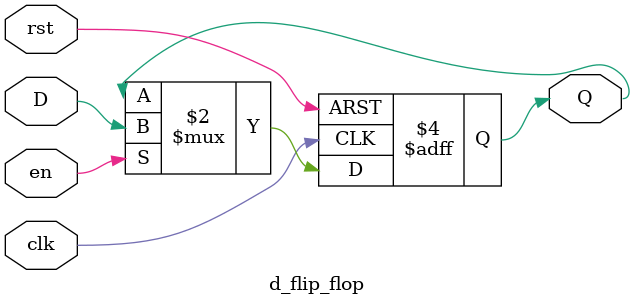
<source format=v>
module d_flip_flop (
    input D,      
    input clk,    
    input rst,    
    input en,     
    output reg Q  
);
    always @(posedge clk or posedge rst) begin
        if (rst)
            Q <= 1'b0;       
        else if (en)
            Q <= D;          
    end
endmodule
</source>
